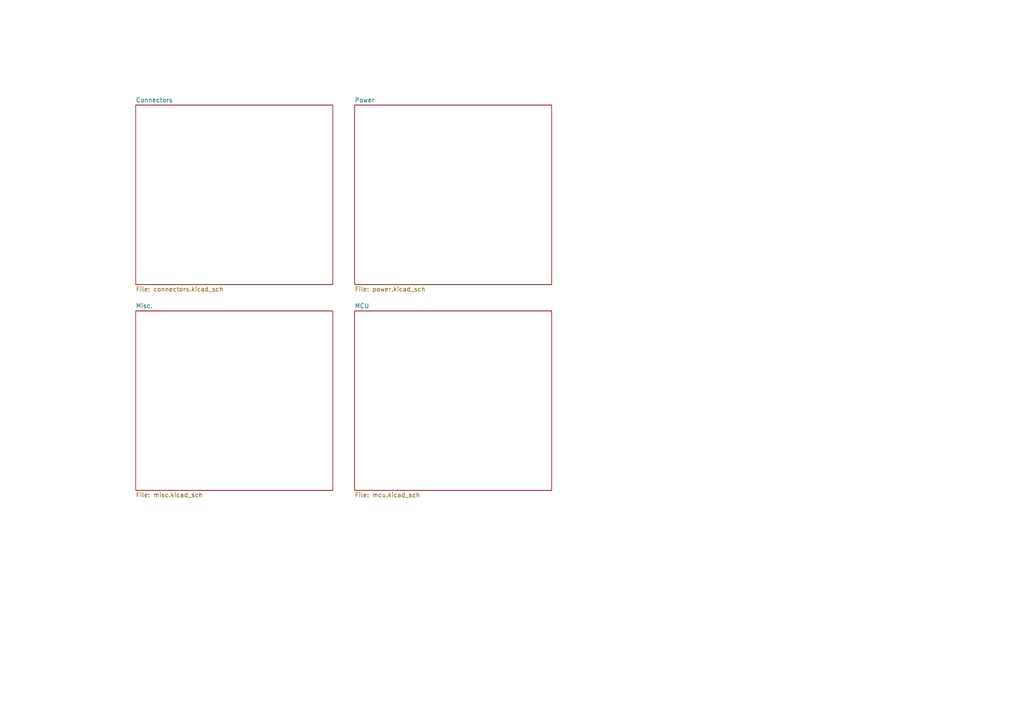
<source format=kicad_sch>
(kicad_sch (version 20230121) (generator eeschema)

  (uuid 6a040108-939a-4ebd-8207-895e1f432dc7)

  (paper "A4")

  (lib_symbols
  )


  (sheet (at 102.87 90.17) (size 57.15 52.07) (fields_autoplaced)
    (stroke (width 0) (type solid))
    (fill (color 0 0 0 0.0000))
    (uuid 00000000-0000-0000-0000-000060c3edff)
    (property "Sheetname" "MCU" (at 102.87 89.4584 0)
      (effects (font (size 1.27 1.27)) (justify left bottom))
    )
    (property "Sheetfile" "mcu.kicad_sch" (at 102.87 142.8246 0)
      (effects (font (size 1.27 1.27)) (justify left top))
    )
    (instances
      (project "SmartWatch"
        (path "/6a040108-939a-4ebd-8207-895e1f432dc7" (page "5"))
      )
    )
  )

  (sheet (at 39.37 90.17) (size 57.15 52.07) (fields_autoplaced)
    (stroke (width 0) (type solid))
    (fill (color 0 0 0 0.0000))
    (uuid 00000000-0000-0000-0000-000060c3efbc)
    (property "Sheetname" "Misc." (at 39.37 89.4584 0)
      (effects (font (size 1.27 1.27)) (justify left bottom))
    )
    (property "Sheetfile" "misc.kicad_sch" (at 39.37 142.8246 0)
      (effects (font (size 1.27 1.27)) (justify left top))
    )
    (instances
      (project "SmartWatch"
        (path "/6a040108-939a-4ebd-8207-895e1f432dc7" (page "3"))
      )
    )
  )

  (sheet (at 39.37 30.48) (size 57.15 52.07) (fields_autoplaced)
    (stroke (width 0) (type solid))
    (fill (color 0 0 0 0.0000))
    (uuid 00000000-0000-0000-0000-000060c40ec2)
    (property "Sheetname" "Connectors" (at 39.37 29.7684 0)
      (effects (font (size 1.27 1.27)) (justify left bottom))
    )
    (property "Sheetfile" "connectors.kicad_sch" (at 39.37 83.1346 0)
      (effects (font (size 1.27 1.27)) (justify left top))
    )
    (instances
      (project "SmartWatch"
        (path "/6a040108-939a-4ebd-8207-895e1f432dc7" (page "2"))
      )
    )
  )

  (sheet (at 102.87 30.48) (size 57.15 52.07) (fields_autoplaced)
    (stroke (width 0) (type solid))
    (fill (color 0 0 0 0.0000))
    (uuid 00000000-0000-0000-0000-000060cb2fe2)
    (property "Sheetname" "Power" (at 102.87 29.7684 0)
      (effects (font (size 1.27 1.27)) (justify left bottom))
    )
    (property "Sheetfile" "power.kicad_sch" (at 102.87 83.1346 0)
      (effects (font (size 1.27 1.27)) (justify left top))
    )
    (instances
      (project "SmartWatch"
        (path "/6a040108-939a-4ebd-8207-895e1f432dc7" (page "4"))
      )
    )
  )

  (sheet_instances
    (path "/" (page "1"))
  )
)

</source>
